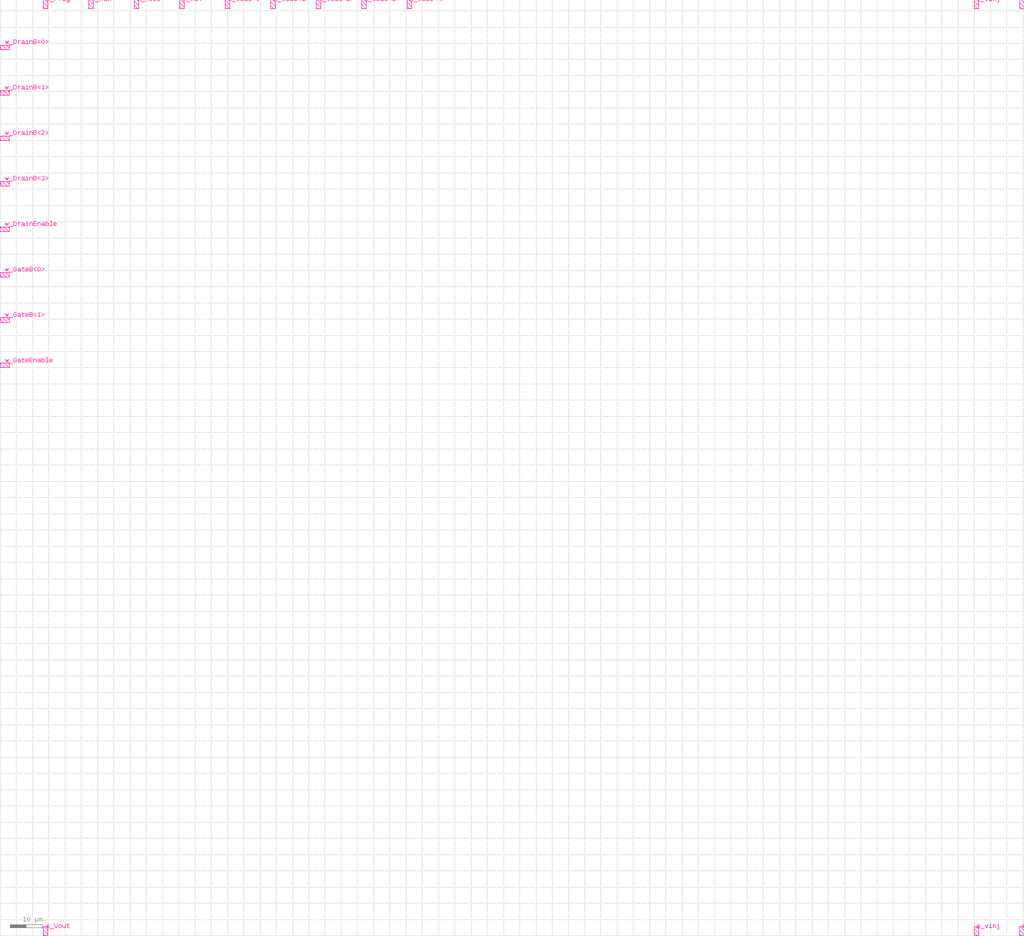
<source format=lef>
VERSION 5.5 ;
NAMESCASESENSITIVE ON ;
BUSBITCHARS "[]" ;
DIVIDERCHAR "/" ;

PROPERTYDEFINITIONS
  LAYER routingPitch REAL ;
END PROPERTYDEFINITIONS

UNITS
  DATABASE MICRONS 1000 ;
END UNITS
MANUFACTURINGGRID 0.01 ;
LAYER POLY1
  TYPE MASTERSLICE ;
END POLY1

LAYER CONT
  TYPE CUT ;
  SPACING 0.4 ;
END CONT

LAYER METAL1
  TYPE ROUTING ;
  DIRECTION HORIZONTAL ;
  PITCH 0 ;
  WIDTH 0.5 ;
  SPACING 0.45 ;
  PROPERTY routingPitch 1.25 ;
END METAL1

LAYER VIA12
  TYPE CUT ;
  SPACING 0.45 ;
END VIA12

LAYER METAL2
  TYPE ROUTING ;
  DIRECTION VERTICAL ;
  PITCH 0 ;
  WIDTH 0.6 ;
  SPACING 0.5 ;
  PROPERTY routingPitch 1.4 ;
END METAL2

LAYER VIA23
  TYPE CUT ;
  SPACING 0.45 ;
END VIA23

LAYER METAL3
  TYPE ROUTING ;
  DIRECTION HORIZONTAL ;
  PITCH 0 ;
  WIDTH 0.6 ;
  SPACING 0.5 ;
  PROPERTY routingPitch 1.25 ;
END METAL3

LAYER VIA34
  TYPE CUT ;
  SPACING 0.45 ;
END VIA34

LAYER METAL4
  TYPE ROUTING ;
  DIRECTION VERTICAL ;
  PITCH 0 ;
  WIDTH 0.6 ;
  SPACING 0.6 ;
  PROPERTY routingPitch 1.4 ;
END METAL4

LAYER OVERLAP
  TYPE OVERLAP ;
END OVERLAP

VIARULE M4_M3 GENERATE
  LAYER METAL3 ;
    ENCLOSURE 0.2 0.2 ;
  LAYER METAL4 ;
    ENCLOSURE 0.15 0.15 ;
  LAYER VIA34 ;
    RECT -0.25 -0.25 0.25 0.25 ;
    SPACING 1 BY 1 ;
END M4_M3

VIARULE M3_M2 GENERATE
  LAYER METAL2 ;
    ENCLOSURE 0.2 0.2 ;
  LAYER METAL3 ;
    ENCLOSURE 0.15 0.15 ;
  LAYER VIA23 ;
    RECT -0.25 -0.25 0.25 0.25 ;
    SPACING 1 BY 1 ;
END M3_M2

VIARULE M2_M1 GENERATE
  LAYER METAL1 ;
    ENCLOSURE 0.2 0.2 ;
  LAYER METAL2 ;
    ENCLOSURE 0.15 0.15 ;
  LAYER VIA12 ;
    RECT -0.25 -0.25 0.25 0.25 ;
    SPACING 1 BY 1 ;
END M2_M1

VIARULE M1_POLY1 GENERATE
  LAYER POLY1 ;
    ENCLOSURE 0.2 0.2 ;
  LAYER METAL1 ;
    ENCLOSURE 0.15 0.15 ;
  LAYER CONT ;
    RECT -0.2 -0.2 0.2 0.2 ;
    SPACING 1 BY 1 ;
END M1_POLY1

VIA M1_POLY1
  LAYER CONT ;
    RECT -0.2 -0.2 0.2 0.2 ;
  LAYER POLY1 ;
    RECT -0.4 -0.4 0.4 0.4 ;
  LAYER METAL1 ;
    RECT -0.35 -0.35 0.35 0.35 ;
END M1_POLY1

VIA M2_M1
  LAYER VIA12 ;
    RECT -0.25 -0.25 0.25 0.25 ;
  LAYER METAL2 ;
    RECT -0.4 -0.4 0.4 0.4 ;
  LAYER METAL1 ;
    RECT -0.45 -0.45 0.45 0.45 ;
END M2_M1

VIA M3_M2
  LAYER VIA23 ;
    RECT -0.25 -0.25 0.25 0.25 ;
  LAYER METAL3 ;
    RECT -0.4 -0.4 0.4 0.4 ;
  LAYER METAL2 ;
    RECT -0.45 -0.45 0.45 0.45 ;
END M3_M2

VIA M4_M3
  LAYER VIA34 ;
    RECT -0.25 -0.25 0.25 0.25 ;
  LAYER METAL4 ;
    RECT -0.4 -0.4 0.4 0.4 ;
  LAYER METAL3 ;
    RECT -0.45 -0.45 0.45 0.45 ;
END M4_M3


MACRO TSMC350nm_VinjDecode2to4_vtile_spacing
END TSMC350nm_VinjDecode2to4_vtile_spacing

MACRO TSMC350nm_VinjDecode2to4_vtile_D_bridge
END TSMC350nm_VinjDecode2to4_vtile_D_bridge

MACRO TSMC350nm_VinjDecode2to4_vtile
  PIN Vinj
    DIRECTION INOUT ;
    USE SIGNAL ;
    PORT
      LAYER METAL1 ;
        RECT 7.78 11.04 9.06 11.45 ;
    END
  END Vinj
  PIN OUT<0>
    DIRECTION INOUT ;
    USE SIGNAL ;
    PORT
      LAYER METAL1 ;
        RECT 19.66 18.91 20.11 19.59 ;
    END
  END OUT<0>
  PIN OUT<1>
    DIRECTION INOUT ;
    USE SIGNAL ;
    PORT
      LAYER METAL1 ;
        RECT 19.66 13.41 20.12 14.1 ;
    END
  END OUT<1>
  PIN OUT<2>
    DIRECTION INOUT ;
    USE SIGNAL ;
    PORT
      LAYER METAL1 ;
        RECT 19.66 7.92 20.11 8.59 ;
    END
  END OUT<2>
  PIN OUT<3>
    DIRECTION INOUT ;
    USE SIGNAL ;
    PORT
      LAYER METAL1 ;
        RECT 19.66 2.41 20.11 3.09 ;
    END
  END OUT<3>
  PIN ENABLE
    DIRECTION INOUT ;
    USE SIGNAL ;
    PORT
      LAYER METAL1 ;
        RECT 0.01 3.48 0.71 4.21 ;
    END
  END ENABLE
  PIN GND
    DIRECTION INOUT ;
    USE SIGNAL ;
    PORT
      LAYER METAL1 ;
        RECT 19.52 5.0 20.12 5.99 ;
    END
  END GND
  PIN VINJ
    DIRECTION INOUT ;
    USE SIGNAL ;
    PORT
      LAYER METAL1 ;
        RECT 19.15 21.56 20.05 21.96 ;
    END
  END VINJ
  PIN IN<1>
    DIRECTION INOUT ;
    USE SIGNAL ;
    PORT
      LAYER METAL2 ;
        RECT 6.56 20.89 7.5 22.0 ;
    END
  END IN<1>
  PIN IN<0>
    DIRECTION INOUT ;
    USE SIGNAL ;
    PORT
      LAYER METAL2 ;
        RECT 3.9 20.96 4.5 22.0 ;
    END
  END IN<0>
END TSMC350nm_VinjDecode2to4_vtile

MACRO TSMC350nm_VinjDecode2to4_vtile_C_bridge
END TSMC350nm_VinjDecode2to4_vtile_C_bridge

MACRO TSMC350nm_VinjDecode2to4_vtile_B_bridge
END TSMC350nm_VinjDecode2to4_vtile_B_bridge

MACRO TSMC350nm_VinjDecode2to4_vtile_A_bridge
END TSMC350nm_VinjDecode2to4_vtile_A_bridge

MACRO TSMC350nm_drainSelect_progrundrains
  PIN prog_drain<3>
    DIRECTION INOUT ;
    USE SIGNAL ;
    PORT
      LAYER METAL1 ;
        RECT 30.93 0.93 31.86 1.43 ;
    END
  END prog_drain<3>
  PIN prog_drain<2>
    DIRECTION INOUT ;
    USE SIGNAL ;
    PORT
      LAYER METAL1 ;
        RECT 30.97 9.62 31.86 10.12 ;
    END
  END prog_drain<2>
  PIN prog_drain<1>
    DIRECTION INOUT ;
    USE SIGNAL ;
    PORT
      LAYER METAL1 ;
        RECT 31.0 13.97 31.86 14.47 ;
    END
  END prog_drain<1>
  PIN run_drain<3>
    DIRECTION INOUT ;
    USE SIGNAL ;
    PORT
      LAYER METAL1 ;
        RECT 31.01 2.45 31.86 2.95 ;
    END
  END run_drain<3>
  PIN run_drain<2>
    DIRECTION INOUT ;
    USE SIGNAL ;
    PORT
      LAYER METAL1 ;
        RECT 30.94 5.31 31.86 5.81 ;
    END
  END run_drain<2>
  PIN prog_drain<0>
    DIRECTION INOUT ;
    USE SIGNAL ;
    PORT
      LAYER METAL1 ;
        RECT 31.12 20.75 31.86 21.25 ;
    END
  END prog_drain<0>
  PIN GND
    DIRECTION INOUT ;
    USE SIGNAL ;
    PORT
      LAYER METAL2 ;
        RECT 4.19 21.33 4.99 22.0 ;
    END
  END GND
  PIN VINJ
    DIRECTION INOUT ;
    USE SIGNAL ;
    PORT
      LAYER METAL1 ;
        RECT 1.4 21.5 2.8 22.0 ;
    END
  END VINJ
  PIN run_drain<0>
    DIRECTION INOUT ;
    USE SIGNAL ;
    PORT
      LAYER METAL1 ;
        RECT 31.01 19.56 31.86 20.06 ;
    END
  END run_drain<0>
  PIN run_drain<1>
    DIRECTION INOUT ;
    USE SIGNAL ;
    PORT
      LAYER METAL1 ;
        RECT 31.04 16.75 31.86 17.24 ;
    END
  END run_drain<1>
  PIN SELECT<3>
    DIRECTION INOUT ;
    USE SIGNAL ;
    PORT
      LAYER METAL1 ;
        RECT 0.0 2.54 0.67 2.97 ;
    END
  END SELECT<3>
  PIN SELET<2>
    DIRECTION INOUT ;
    USE SIGNAL ;
    PORT
      LAYER METAL1 ;
        RECT 0.0 8.03 0.67 8.46 ;
    END
  END SELET<2>
  PIN SELECT<1>
    DIRECTION INOUT ;
    USE SIGNAL ;
    PORT
      LAYER METAL1 ;
        RECT 0.0 13.54 0.67 13.97 ;
    END
  END SELECT<1>
  PIN SELECT<0>
    DIRECTION INOUT ;
    USE SIGNAL ;
    PORT
      LAYER METAL1 ;
        RECT 0.0 18.9 0.67 19.6 ;
    END
  END SELECT<0>
  PIN VINJ_b
    DIRECTION INOUT ;
    USE SIGNAL ;
    PORT
      LAYER METAL2 ;
        RECT 21.94 0.0 23.29 0.58 ;
    END
  END VINJ_b
  PIN GND_b
    DIRECTION INOUT ;
    USE SIGNAL ;
    PORT
      LAYER METAL2 ;
        RECT 17.16 0.0 18.16 0.58 ;
    END
  END GND_b
  PIN run_drainrail
    DIRECTION INOUT ;
    USE SIGNAL ;
    PORT
      LAYER METAL2 ;
        RECT 27.01 21.19 27.71 22.0 ;
    END
  END run_drainrail
  PIN prog_drainrail
    DIRECTION INOUT ;
    USE SIGNAL ;
    PORT
      LAYER METAL2 ;
        RECT 7.36 21.34 8.16 22.0 ;
    END
  END prog_drainrail
END TSMC350nm_drainSelect_progrundrains

MACRO TSMC350nm_4TGate_ST_draincutoff
  PIN In<0>
    DIRECTION INOUT ;
    USE SIGNAL ;
    PORT
      LAYER METAL1 ;
        RECT 9.96 17.5 10.6 18.45 ;
    END
  END In<0>
  PIN In<1>
    DIRECTION INOUT ;
    USE SIGNAL ;
    PORT
      LAYER METAL1 ;
        RECT 9.91 14.7 10.6 15.93 ;
    END
  END In<1>
  PIN In<2>
    DIRECTION INOUT ;
    USE SIGNAL ;
    PORT
      LAYER METAL1 ;
        RECT 10.01 6.9 10.6 7.8 ;
    END
  END In<2>
  PIN In<3>
    DIRECTION INOUT ;
    USE SIGNAL ;
    PORT
      LAYER METAL1 ;
        RECT 10.02 3.5 10.6 4.3 ;
    END
  END In<3>
  PIN A<0>
    DIRECTION INOUT ;
    USE SIGNAL ;
    PORT
      LAYER METAL1 ;
        RECT 0.0 19.56 1.4 20.06 ;
    END
  END A<0>
  PIN A<1>
    DIRECTION INOUT ;
    USE SIGNAL ;
    PORT
      LAYER METAL1 ;
        RECT 0.0 16.75 1.4 17.25 ;
    END
  END A<1>
  PIN A<2>
    DIRECTION INOUT ;
    USE SIGNAL ;
    PORT
      LAYER METAL1 ;
        RECT 0.0 5.3 1.4 5.8 ;
    END
  END A<2>
  PIN A<3>
    DIRECTION INOUT ;
    USE SIGNAL ;
    PORT
      LAYER METAL1 ;
        RECT 0.0 2.45 1.4 2.95 ;
    END
  END A<3>
  PIN P<0>
    DIRECTION INOUT ;
    USE SIGNAL ;
    PORT
      LAYER METAL1 ;
        RECT 0.0 20.75 1.4 21.25 ;
    END
  END P<0>
  PIN P<1>
    DIRECTION INOUT ;
    USE SIGNAL ;
    PORT
      LAYER METAL1 ;
        RECT 0.0 13.97 1.4 14.47 ;
    END
  END P<1>
  PIN P<2>
    DIRECTION INOUT ;
    USE SIGNAL ;
    PORT
      LAYER METAL1 ;
        RECT 0.0 9.62 1.4 10.12 ;
    END
  END P<2>
  PIN P<3>
    DIRECTION INOUT ;
    USE SIGNAL ;
    PORT
      LAYER METAL1 ;
        RECT 0.0 0.93 1.4 1.43 ;
    END
  END P<3>
  PIN PR<0>
    DIRECTION INOUT ;
    USE SIGNAL ;
    PORT
      LAYER METAL1 ;
        RECT 10.0 20.3 10.6 21.25 ;
    END
  END PR<0>
  PIN PR<1>
    DIRECTION INOUT ;
    USE SIGNAL ;
    PORT
      LAYER METAL1 ;
        RECT 10.13 11.9 10.6 12.8 ;
    END
  END PR<1>
  PIN PR<2>
    DIRECTION INOUT ;
    USE SIGNAL ;
    PORT
      LAYER METAL1 ;
        RECT 10.0 9.4 10.6 10.3 ;
    END
  END PR<2>
  PIN PR<3>
    DIRECTION INOUT ;
    USE SIGNAL ;
    PORT
      LAYER METAL1 ;
        RECT 10.0 0.7 10.6 1.6 ;
    END
  END PR<3>
  PIN VDD_b
    DIRECTION INOUT ;
    USE SIGNAL ;
    PORT
      LAYER METAL2 ;
        RECT 7.89 0.0 8.79 0.54 ;
    END
  END VDD_b
  PIN RUN
    DIRECTION INOUT ;
    USE SIGNAL ;
    PORT
      LAYER METAL2 ;
        RECT 5.9 21.13 6.5 22.0 ;
    END
  END RUN
  PIN VDD
    DIRECTION INOUT ;
    USE SIGNAL ;
    PORT
      LAYER METAL2 ;
        RECT 7.89 21.3 8.79 22.0 ;
    END
  END VDD
  PIN GND
    DIRECTION INOUT ;
    USE SIGNAL ;
    PORT
      LAYER METAL2 ;
        RECT 3.35 21.3 4.25 22.0 ;
    END
  END GND
  PIN GND_b
    DIRECTION INOUT ;
    USE SIGNAL ;
    PORT
      LAYER METAL2 ;
        RECT 3.35 0.0 4.25 0.73 ;
    END
  END GND_b
  PIN RUN_b
    DIRECTION INOUT ;
    USE SIGNAL ;
    PORT
      LAYER METAL2 ;
        RECT 5.9 0.0 6.5 0.71 ;
    END
  END RUN_b
END TSMC350nm_4TGate_ST_draincutoff

MACRO TSMC350nm_Amplifier9T_FGBias
  PIN VD_P
    DIRECTION INOUT ;
    USE SIGNAL ;
    PORT
      LAYER METAL1 ;
        RECT 0.0 16.87 1.4 18.27 ;
    END
  END VD_P
  PIN Vout
    DIRECTION INOUT ;
    USE SIGNAL ;
    PORT
      LAYER METAL1 ;
        RECT 58.96 1.09 60.36 2.49 ;
    END
  END Vout
  PIN VIN_PLUS
    DIRECTION INOUT ;
    USE SIGNAL ;
    PORT
      LAYER METAL1 ;
        RECT 0.0 2.76 1.4 4.16 ;
    END
  END VIN_PLUS
  PIN VD_R
    DIRECTION INOUT ;
    USE SIGNAL ;
    PORT
      LAYER METAL1 ;
        RECT 0.0 11.17 1.4 12.57 ;
    END
  END VD_R
  PIN VIN_MINUS
    DIRECTION INOUT ;
    USE SIGNAL ;
    PORT
      LAYER METAL1 ;
        RECT 0.0 6.97 1.4 8.37 ;
    END
  END VIN_MINUS
  PIN GND_b
    DIRECTION INOUT ;
    USE SIGNAL ;
    PORT
      LAYER METAL2 ;
        RECT 51.59 0.0 52.99 1.4 ;
    END
  END GND_b
  PIN VPWR
    DIRECTION INOUT ;
    USE SIGNAL ;
    PORT
      LAYER METAL2 ;
        RECT 42.13 20.61 43.53 22.0 ;
    END
  END VPWR
  PIN Vsel_b
    DIRECTION INOUT ;
    USE SIGNAL ;
    PORT
      LAYER METAL2 ;
        RECT 0.66 0.0 2.06 1.4 ;
    END
  END Vsel_b
  PIN VINJ_b
    DIRECTION INOUT ;
    USE SIGNAL ;
    PORT
      LAYER METAL2 ;
        RECT 13.85 0.0 15.25 1.4 ;
    END
  END VINJ_b
  PIN Vg_b
    DIRECTION INOUT ;
    USE SIGNAL ;
    PORT
      LAYER METAL2 ;
        RECT 9.06 0.0 10.46 1.4 ;
    END
  END Vg_b
  PIN PROG_b
    DIRECTION INOUT ;
    USE SIGNAL ;
    PORT
      LAYER METAL2 ;
        RECT 6.26 0.0 7.66 1.4 ;
    END
  END PROG_b
  PIN VTUN_b
    DIRECTION INOUT ;
    USE SIGNAL ;
    PORT
      LAYER METAL2 ;
        RECT 3.46 0.0 4.86 1.4 ;
    END
  END VTUN_b
  PIN PROG
    DIRECTION INOUT ;
    USE SIGNAL ;
    PORT
      LAYER METAL2 ;
        RECT 6.26 20.6 7.66 22.0 ;
    END
  END PROG
  PIN VINJ
    DIRECTION INOUT ;
    USE SIGNAL ;
    PORT
      LAYER METAL2 ;
        RECT 13.85 20.6 15.25 22.0 ;
    END
  END VINJ
  PIN Vg
    DIRECTION INOUT ;
    USE SIGNAL ;
    PORT
      LAYER METAL2 ;
        RECT 9.06 20.6 10.46 22.0 ;
    END
  END Vg
  PIN VTUN
    DIRECTION INOUT ;
    USE SIGNAL ;
    PORT
      LAYER METAL2 ;
        RECT 3.46 20.6 4.86 22.0 ;
    END
  END VTUN
  PIN Vsel
    DIRECTION INOUT ;
    USE SIGNAL ;
    PORT
      LAYER METAL2 ;
        RECT 0.66 20.6 2.06 22.0 ;
    END
  END Vsel
  PIN GND
    DIRECTION INOUT ;
    USE SIGNAL ;
    PORT
      LAYER METAL2 ;
        RECT 51.59 20.6 52.99 22.0 ;
    END
  END GND
  PIN VPWR_b
    DIRECTION INOUT ;
    USE SIGNAL ;
    PORT
      LAYER METAL2 ;
        RECT 42.13 0.01 43.53 1.4 ;
    END
  END VPWR_b
END TSMC350nm_Amplifier9T_FGBias

MACRO TSMC350nm_IndirectSwitches
  PIN GND_T
    DIRECTION INOUT ;
    USE SIGNAL ;
    PORT
      LAYER METAL2 ;
        RECT 15.4 21.0 16.2 22.0 ;
    END
  END GND_T
  PIN VINJ_T
    DIRECTION INOUT ;
    USE SIGNAL ;
    PORT
      LAYER METAL2 ;
        RECT 6.3 21.04 7.32 22.0 ;
    END
  END VINJ_T
  PIN VDD<1>
    DIRECTION INOUT ;
    USE SIGNAL ;
    PORT
      LAYER METAL2 ;
        RECT 24.5 0.0 25.1 0.75 ;
    END
  END VDD<1>
  PIN VTUN
    DIRECTION INOUT ;
    USE SIGNAL ;
    PORT
      LAYER METAL2 ;
        RECT 13.3 0.0 13.9 0.82 ;
    END
  END VTUN
  PIN GND<0>
    DIRECTION INOUT ;
    USE SIGNAL ;
    PORT
      LAYER METAL2 ;
        RECT 11.2 0.0 11.8 0.85 ;
    END
  END GND<0>
  PIN GNDV<1>
    DIRECTION INOUT ;
    USE SIGNAL ;
    PORT
      LAYER METAL2 ;
        RECT 15.47 0.0 15.95 1.0 ;
    END
  END GNDV<1>
  PIN VINJ
    DIRECTION INOUT ;
    USE SIGNAL ;
    PORT
      LAYER METAL2 ;
        RECT 4.2 0.0 4.8 1.0 ;
    END
  END VINJ
  PIN VDD<0>
    DIRECTION INOUT ;
    USE SIGNAL ;
    PORT
      LAYER METAL2 ;
        RECT 2.1 0.0 2.7 1.09 ;
    END
  END VDD<0>
  PIN Vg<0>
    DIRECTION INOUT ;
    USE SIGNAL ;
    PORT
      LAYER METAL2 ;
        RECT 8.4 0.005 9.0 0.825 ;
    END
  END Vg<0>
  PIN CTRL_B<0>
    DIRECTION INOUT ;
    USE SIGNAL ;
    PORT
      LAYER METAL2 ;
        RECT 6.3 0.01 6.9 0.76 ;
    END
  END CTRL_B<0>
  PIN CTRL_B<1>
    DIRECTION INOUT ;
    USE SIGNAL ;
    PORT
      LAYER METAL2 ;
        RECT 20.3 0.01 20.9 0.75 ;
    END
  END CTRL_B<1>
  PIN Vg<1>
    DIRECTION INOUT ;
    USE SIGNAL ;
    PORT
      LAYER METAL2 ;
        RECT 18.2 0.0 18.8 0.76 ;
    END
  END Vg<1>
  PIN decode<0>
    DIRECTION INOUT ;
    USE SIGNAL ;
    PORT
      LAYER METAL2 ;
        RECT 3.46 21.16 4.8 22.0 ;
    END
  END decode<0>
  PIN RUN_IN<1>
    DIRECTION INOUT ;
    USE SIGNAL ;
    PORT
      LAYER METAL2 ;
        RECT 17.5 21.01 18.1 22.0 ;
    END
  END RUN_IN<1>
  PIN RUN_IN<0>
    DIRECTION INOUT ;
    USE SIGNAL ;
    PORT
      LAYER METAL2 ;
        RECT 10.5 20.9 11.1 22.0 ;
    END
  END RUN_IN<0>
  PIN VPWR<1>
    DIRECTION INOUT ;
    USE SIGNAL ;
    PORT
      LAYER METAL2 ;
        RECT 21.7 21.08 22.3 22.0 ;
    END
  END VPWR<1>
  PIN decode<1>
    DIRECTION INOUT ;
    USE SIGNAL ;
    PORT
      LAYER METAL2 ;
        RECT 23.8 21.09 25.0 22.0 ;
    END
  END decode<1>
  PIN VPWR<0>
    DIRECTION INOUT ;
    USE SIGNAL ;
    PORT
      LAYER METAL2 ;
        RECT 1.71 21.21 2.43 22.0 ;
    END
  END VPWR<0>
  PIN VTUN_T
    DIRECTION INOUT ;
    USE SIGNAL ;
    PORT
      LAYER METAL2 ;
        RECT 12.6 21.12 13.7 22.0 ;
    END
  END VTUN_T
  PIN vtun_l
    DIRECTION INOUT ;
    USE SIGNAL ;
    PORT
      LAYER METAL1 ;
        RECT 0.0 0.9 1.31 1.88 ;
    END
  END vtun_l
  PIN vtun_r
    DIRECTION INOUT ;
    USE SIGNAL ;
    PORT
      LAYER METAL1 ;
        RECT 26.17 0.9 27.46 2.17 ;
    END
  END vtun_r
  PIN vgsel_r
    DIRECTION INOUT ;
    USE SIGNAL ;
    PORT
      LAYER METAL1 ;
        RECT 26.52 3.15 27.46 4.45 ;
    END
  END vgsel_r
  PIN prog_r
    DIRECTION INOUT ;
    USE SIGNAL ;
    PORT
      LAYER METAL1 ;
        RECT 26.59 9.15 27.46 10.55 ;
    END
  END prog_r
  PIN run_r
    DIRECTION INOUT ;
    USE SIGNAL ;
    PORT
      LAYER METAL1 ;
        RECT 26.28 6.05 27.46 7.29 ;
    END
  END run_r
  PIN RUN
    DIRECTION INOUT ;
    USE SIGNAL ;
    PORT
      LAYER METAL1 ;
        RECT 0.0 6.05 0.91 7.29 ;
    END
  END RUN
  PIN PROG
    DIRECTION INOUT ;
    USE SIGNAL ;
    PORT
      LAYER METAL1 ;
        RECT 0.0 9.15 0.87 10.55 ;
    END
  END PROG
  PIN Vgsel
    DIRECTION INOUT ;
    USE SIGNAL ;
    PORT
      LAYER METAL1 ;
        RECT 0.0 3.72 0.91 4.45 ;
    END
  END Vgsel
END TSMC350nm_IndirectSwitches

MACRO TSMC350nm_VinjDecode2to4_htile
  PIN IN<1>
    DIRECTION INOUT ;
    USE SIGNAL ;
    PORT
      LAYER METAL1 ;
        RECT 0.0 11.85 0.9 12.74 ;
    END
  END IN<1>
  PIN IN<0>
    DIRECTION INOUT ;
    USE SIGNAL ;
    PORT
      LAYER METAL1 ;
        RECT 0.0 10.13 0.87 11.1 ;
    END
  END IN<0>
  PIN VINJ
    DIRECTION INOUT ;
    USE SIGNAL ;
    PORT
      LAYER METAL1 ;
        RECT 0.0 1.99 0.5 2.49 ;
    END
  END VINJ
  PIN GND
    DIRECTION INOUT ;
    USE SIGNAL ;
    PORT
      LAYER METAL1 ;
        RECT 0.0 6.99 0.51 7.49 ;
    END
  END GND
  PIN GND_b<1>
    DIRECTION INOUT ;
    USE SIGNAL ;
    PORT
      LAYER METAL2 ;
        RECT 40.32 0.0 40.92 1.79 ;
    END
  END GND_b<1>
  PIN VINJ_b<1>
    DIRECTION INOUT ;
    USE SIGNAL ;
    PORT
      LAYER METAL2 ;
        RECT 22.1 0.0 22.7 1.44 ;
    END
  END VINJ_b<1>
  PIN GND_b<0>
    DIRECTION INOUT ;
    USE SIGNAL ;
    PORT
      LAYER METAL2 ;
        RECT 18.85 0.0 19.45 1.41 ;
    END
  END GND_b<0>
  PIN VINJ_b<0>
    DIRECTION INOUT ;
    USE SIGNAL ;
    PORT
      LAYER METAL2 ;
        RECT 1.07 0.0 1.67 1.25 ;
    END
  END VINJ_b<0>
  PIN VINJV
    DIRECTION INOUT ;
    USE SIGNAL ;
    PORT
      LAYER METAL2 ;
        RECT 23.7 21.26 24.31 22.0 ;
    END
  END VINJV
  PIN GNDV
    DIRECTION INOUT ;
    USE SIGNAL ;
    PORT
      LAYER METAL2 ;
        RECT 25.84 21.28 26.44 22.0 ;
    END
  END GNDV
  PIN RUN_OUT<3>
    DIRECTION INOUT ;
    USE SIGNAL ;
    PORT
      LAYER METAL2 ;
        RECT 34.39 0.0 35.19 0.86 ;
    END
  END RUN_OUT<3>
  PIN RUN_OUT<2>
    DIRECTION INOUT ;
    USE SIGNAL ;
    PORT
      LAYER METAL2 ;
        RECT 28.77 0.0 29.57 0.86 ;
    END
  END RUN_OUT<2>
  PIN RUN_OUT<1>
    DIRECTION INOUT ;
    USE SIGNAL ;
    PORT
      LAYER METAL2 ;
        RECT 13.5 0.0 14.1 0.86 ;
    END
  END RUN_OUT<1>
  PIN RUN_OUT<0>
    DIRECTION INOUT ;
    USE SIGNAL ;
    PORT
      LAYER METAL2 ;
        RECT 7.34 0.0 8.14 0.86 ;
    END
  END RUN_OUT<0>
  PIN ENABLE
    DIRECTION INOUT ;
    USE SIGNAL ;
    PORT
      LAYER METAL2 ;
        RECT 6.29 21.66 6.89 22.0 ;
    END
  END ENABLE
  PIN OUT<2>
    DIRECTION INOUT ;
    USE SIGNAL ;
    PORT
      LAYER METAL2 ;
        RECT 25.28 0.0 25.87 0.87 ;
    END
  END OUT<2>
  PIN OUT<3>
    DIRECTION INOUT ;
    USE SIGNAL ;
    PORT
      LAYER METAL2 ;
        RECT 37.14 0.0 37.73 0.83 ;
    END
  END OUT<3>
  PIN OUT<0>
    DIRECTION INOUT ;
    USE SIGNAL ;
    PORT
      LAYER METAL2 ;
        RECT 4.27 0.0 4.87 0.86 ;
    END
  END OUT<0>
  PIN OUT<1>
    DIRECTION INOUT ;
    USE SIGNAL ;
    PORT
      LAYER METAL2 ;
        RECT 16.14 0.0 16.72 0.85 ;
    END
  END OUT<1>
  PIN VGRUN<0>
    DIRECTION INOUT ;
    USE SIGNAL ;
    PORT
      LAYER METAL2 ;
        RECT 9.1 21.59 9.7 22.0 ;
    END
  END VGRUN<0>
  PIN VGRUN<1>
    DIRECTION INOUT ;
    USE SIGNAL ;
    PORT
      LAYER METAL2 ;
        RECT 11.2 21.6 11.8 22.0 ;
    END
  END VGRUN<1>
  PIN VGRUN<2>
    DIRECTION INOUT ;
    USE SIGNAL ;
    PORT
      LAYER METAL2 ;
        RECT 28.7 21.71 29.3 22.0 ;
    END
  END VGRUN<2>
  PIN VGRUN<3>
    DIRECTION INOUT ;
    USE SIGNAL ;
    PORT
      LAYER METAL2 ;
        RECT 33.6 21.54 34.2 22.0 ;
    END
  END VGRUN<3>
END TSMC350nm_VinjDecode2to4_htile

MACRO TGate_DT
  PIN SELA
    DIRECTION INOUT ;
    USE SIGNAL ;
    PORT
      LAYER METAL1 ;
        RECT 0.0 13.5 1.4 14.9 ;
    END
  END SELA
  PIN C
    DIRECTION INOUT ;
    USE SIGNAL ;
    PORT
      LAYER METAL1 ;
        RECT 0.0 6.78 1.4 8.18 ;
    END
  END C
  PIN B
    DIRECTION INOUT ;
    USE SIGNAL ;
    PORT
      LAYER METAL1 ;
        RECT 7.18 9.11 8.58 10.51 ;
    END
  END B
  PIN A
    DIRECTION INOUT ;
    USE SIGNAL ;
    PORT
      LAYER METAL1 ;
        RECT 7.18 14.37 8.58 15.77 ;
    END
  END A
  PIN VDD_b
    DIRECTION INOUT ;
    USE SIGNAL ;
    PORT
      LAYER METAL2 ;
        RECT 4.07 0.0 5.47 1.4 ;
    END
  END VDD_b
  PIN GND_b
    DIRECTION INOUT ;
    USE SIGNAL ;
    PORT
      LAYER METAL2 ;
        RECT 1.82 0.0 3.22 1.4 ;
    END
  END GND_b
  PIN GND
    DIRECTION INOUT ;
    USE SIGNAL ;
    PORT
      LAYER METAL2 ;
        RECT 1.82 20.6 3.22 22.0 ;
    END
  END GND
  PIN VDD
    DIRECTION INOUT ;
    USE SIGNAL ;
    PORT
      LAYER METAL2 ;
        RECT 4.07 20.6 5.47 22.0 ;
    END
  END VDD
END TGate_DT

MACRO Capacitor_80ff
  PIN Bot
    DIRECTION INOUT ;
    USE SIGNAL ;
    PORT
      LAYER METAL1 ;
        RECT 20.21 10.47 21.31 12.17 ;
    END
  END Bot
  PIN Top
    DIRECTION INOUT ;
    USE SIGNAL ;
    PORT
      LAYER METAL1 ;
        RECT 0.0 10.48 1.16 12.17 ;
    END
  END Top
END Capacitor_80ff

MACRO tile_analog_frame
  PIN n_Prog
    DIRECTION INOUT ;
    USE SIGNAL ;
    PORT
      LAYER METAL3 ;
        RECT 13.3 285.6 14.7 288.4 ;
    END
  END n_Prog
  PIN n_Run
    DIRECTION INOUT ;
    USE SIGNAL ;
    PORT
      LAYER METAL3 ;
        RECT 27.3 285.6 28.7 288.4 ;
    END
  END n_Run
  PIN n_AVDD
    DIRECTION INOUT ;
    USE SIGNAL ;
    PORT
      LAYER METAL3 ;
        RECT 41.3 285.6 42.7 288.4 ;
    END
  END n_AVDD
  PIN n_gnd
    DIRECTION INOUT ;
    USE SIGNAL ;
    PORT
      LAYER METAL3 ;
        RECT 313.91 285.6 315.31 288.4 ;
    END
  END n_gnd
  PIN n_vinj
    DIRECTION INOUT ;
    USE SIGNAL ;
    PORT
      LAYER METAL3 ;
        RECT 299.91 285.6 301.31 288.4 ;
    END
  END n_vinj
  PIN n_RST
    DIRECTION INOUT ;
    USE SIGNAL ;
    PORT
      LAYER METAL3 ;
        RECT 55.3 285.6 56.7 288.4 ;
    END
  END n_RST
  PIN n_Code<0>
    DIRECTION INOUT ;
    USE SIGNAL ;
    PORT
      LAYER METAL3 ;
        RECT 69.3 285.6 70.7 288.4 ;
    END
  END n_Code<0>
  PIN n_Code<1>
    DIRECTION INOUT ;
    USE SIGNAL ;
    PORT
      LAYER METAL3 ;
        RECT 83.3 285.6 84.7 288.4 ;
    END
  END n_Code<1>
  PIN n_Code<2>
    DIRECTION INOUT ;
    USE SIGNAL ;
    PORT
      LAYER METAL3 ;
        RECT 97.3 285.6 98.7 288.4 ;
    END
  END n_Code<2>
  PIN n_Code<3>
    DIRECTION INOUT ;
    USE SIGNAL ;
    PORT
      LAYER METAL3 ;
        RECT 111.3 285.6 112.7 288.4 ;
    END
  END n_Code<3>
  PIN n_Code<4>
    DIRECTION INOUT ;
    USE SIGNAL ;
    PORT
      LAYER METAL3 ;
        RECT 125.3 285.6 126.7 288.4 ;
    END
  END n_Code<4>
  PIN s_gnd
    DIRECTION INOUT ;
    USE SIGNAL ;
    PORT
      LAYER METAL3 ;
        RECT 313.91 0.0 315.31 2.8 ;
    END
  END s_gnd
  PIN s_vinj
    DIRECTION INOUT ;
    USE SIGNAL ;
    PORT
      LAYER METAL3 ;
        RECT 299.91 0.0 301.31 2.8 ;
    END
  END s_vinj
  PIN s_Vout
    DIRECTION INOUT ;
    USE SIGNAL ;
    PORT
      LAYER METAL3 ;
        RECT 13.3 0.0 14.7 2.8 ;
    END
  END s_Vout
  PIN w_DrainB<0>
    DIRECTION INOUT ;
    USE SIGNAL ;
    PORT
      LAYER METAL3 ;
        RECT 0.0 273.0 2.8 274.4 ;
    END
  END w_DrainB<0>
  PIN w_DrainB<1>
    DIRECTION INOUT ;
    USE SIGNAL ;
    PORT
      LAYER METAL3 ;
        RECT 0.0 259.0 2.8 260.4 ;
    END
  END w_DrainB<1>
  PIN w_DrainB<2>
    DIRECTION INOUT ;
    USE SIGNAL ;
    PORT
      LAYER METAL3 ;
        RECT 0.0 245.0 2.8 246.4 ;
    END
  END w_DrainB<2>
  PIN w_DrainB<3>
    DIRECTION INOUT ;
    USE SIGNAL ;
    PORT
      LAYER METAL3 ;
        RECT 0.0 231.0 2.8 232.4 ;
    END
  END w_DrainB<3>
  PIN w_DrainEnable
    DIRECTION INOUT ;
    USE SIGNAL ;
    PORT
      LAYER METAL3 ;
        RECT 0.0 217.0 2.8 218.4 ;
    END
  END w_DrainEnable
  PIN w_GateB<0>
    DIRECTION INOUT ;
    USE SIGNAL ;
    PORT
      LAYER METAL3 ;
        RECT 0.0 203.0 2.8 204.4 ;
    END
  END w_GateB<0>
  PIN w_GateB<1>
    DIRECTION INOUT ;
    USE SIGNAL ;
    PORT
      LAYER METAL3 ;
        RECT 0.0 189.0 2.8 190.4 ;
    END
  END w_GateB<1>
  PIN w_GateEnable
    DIRECTION INOUT ;
    USE SIGNAL ;
    PORT
      LAYER METAL3 ;
        RECT 0.0 175.0 2.8 176.4 ;
    END
  END w_GateEnable
END tile_analog_frame

MACRO EPOT
  PIN Vout
    DIRECTION INOUT ;
    USE SIGNAL ;
    PORT
      LAYER METAL1 ;
        RECT 83.26 0.74 84.76 2.14 ;
    END
  END Vout
  PIN Vd_P<1>
    DIRECTION INOUT ;
    USE SIGNAL ;
    PORT
      LAYER METAL1 ;
        RECT 0.0 2.09 1.4 3.39 ;
    END
  END Vd_P<1>
  PIN Vd_P<0>
    DIRECTION INOUT ;
    USE SIGNAL ;
    PORT
      LAYER METAL1 ;
        RECT 0.0 18.35 1.4 19.65 ;
    END
  END Vd_P<0>
  PIN Vin+
    DIRECTION INOUT ;
    USE SIGNAL ;
    PORT
      LAYER METAL1 ;
        RECT 0.0 13.78 1.4 15.08 ;
    END
  END Vin+
  PIN GND_b
    DIRECTION INOUT ;
    USE SIGNAL ;
    PORT
      LAYER METAL2 ;
        RECT 76.77 0.0 78.17 1.4 ;
    END
  END GND_b
  PIN VDD_b
    DIRECTION INOUT ;
    USE SIGNAL ;
    PORT
      LAYER METAL2 ;
        RECT 39.68 0.0 41.08 1.4 ;
    END
  END VDD_b
  PIN Vg_b<1>
    DIRECTION INOUT ;
    USE SIGNAL ;
    PORT
      LAYER METAL2 ;
        RECT 35.5 0.0 36.9 1.4 ;
    END
  END Vg_b<1>
  PIN Vsel_b<1>
    DIRECTION INOUT ;
    USE SIGNAL ;
    PORT
      LAYER METAL2 ;
        RECT 28.93 0.0 30.33 1.4 ;
    END
  END Vsel_b<1>
  PIN Prog_b
    DIRECTION INOUT ;
    USE SIGNAL ;
    PORT
      LAYER METAL2 ;
        RECT 26.08 0.0 27.48 1.4 ;
    END
  END Prog_b
  PIN VTUN_b
    DIRECTION INOUT ;
    USE SIGNAL ;
    PORT
      LAYER METAL2 ;
        RECT 21.4 0.0 22.8 1.4 ;
    END
  END VTUN_b
  PIN Vg_b<0>
    DIRECTION INOUT ;
    USE SIGNAL ;
    PORT
      LAYER METAL2 ;
        RECT 18.37 0.0 19.77 1.4 ;
    END
  END Vg_b<0>
  PIN Vsel_b<0>
    DIRECTION INOUT ;
    USE SIGNAL ;
    PORT
      LAYER METAL2 ;
        RECT 3.6 0.0 5.0 1.4 ;
    END
  END Vsel_b<0>
  PIN VINJ_b
    DIRECTION INOUT ;
    USE SIGNAL ;
    PORT
      LAYER METAL2 ;
        RECT 1.04 0.0 2.44 1.4 ;
    END
  END VINJ_b
  PIN Vg<1>
    DIRECTION INOUT ;
    USE SIGNAL ;
    PORT
      LAYER METAL2 ;
        RECT 35.5 20.6 36.9 22.0 ;
    END
  END Vg<1>
  PIN VTUN
    DIRECTION INOUT ;
    USE SIGNAL ;
    PORT
      LAYER METAL2 ;
        RECT 21.4 20.6 22.8 22.0 ;
    END
  END VTUN
  PIN Vsel<0>
    DIRECTION INOUT ;
    USE SIGNAL ;
    PORT
      LAYER METAL2 ;
        RECT 3.6 20.6 5.0 22.0 ;
    END
  END Vsel<0>
  PIN GND
    DIRECTION INOUT ;
    USE SIGNAL ;
    PORT
      LAYER METAL2 ;
        RECT 76.77 20.6 78.17 22.0 ;
    END
  END GND
  PIN VDD
    DIRECTION INOUT ;
    USE SIGNAL ;
    PORT
      LAYER METAL2 ;
        RECT 39.68 20.6 41.08 22.0 ;
    END
  END VDD
  PIN Prog
    DIRECTION INOUT ;
    USE SIGNAL ;
    PORT
      LAYER METAL2 ;
        RECT 26.08 20.6 27.48 22.0 ;
    END
  END Prog
  PIN Vg<0>
    DIRECTION INOUT ;
    USE SIGNAL ;
    PORT
      LAYER METAL2 ;
        RECT 18.37 20.6 19.77 22.0 ;
    END
  END Vg<0>
  PIN VINJ
    DIRECTION INOUT ;
    USE SIGNAL ;
    PORT
      LAYER METAL2 ;
        RECT 1.04 20.6 2.44 22.0 ;
    END
  END VINJ
  PIN Vsel<1>
    DIRECTION INOUT ;
    USE SIGNAL ;
    PORT
      LAYER METAL2 ;
        RECT 28.93 20.6 30.33 22.0 ;
    END
  END Vsel<1>
END EPOT

END LIBRARY
</source>
